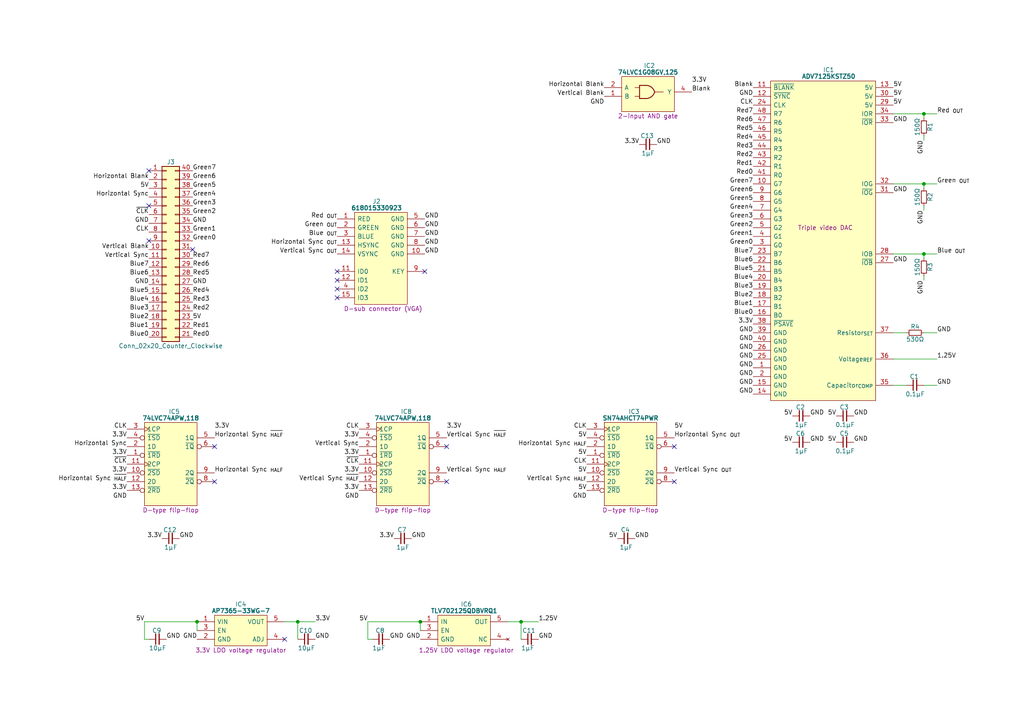
<source format=kicad_sch>
(kicad_sch (version 20230121) (generator eeschema)
  (paper "A4")
  (title_block (title "Video DAC") (date "2024-03-07") (rev "V0"))
  (lib_symbols
    (symbol "Analog_Devices:ADV7125KSTZ50" (pin_names (offset 0.762))
      (property "Reference" "IC" (at 21.9075 5.1435 0))
      (property "Value" "ADV7125KSTZ50" (at 21.9075 3.2385 0))
      (property "Description" "Triple video DAC" (at 20.955 -40.64 0))
      (symbol "ADV7125KSTZ50_0_0"
        (pin passive line (at 0 -27.94 0) (length 5.08) (name "G7") (number "10"))
        (pin passive line (at 0 0 0) (length 5.08) (name "~{BLANK}") (number "11"))
        (pin passive line (at 0 -2.54 0) (length 5.08) (name "~{SYNC}") (number "12"))
        (pin passive line (at 40.64 0 180) (length 5.08) (name "5V") (number "13"))
        (pin passive line (at 0 -88.9 0) (length 5.08) (name "GND") (number "14"))
        (pin passive line (at 0 -86.36 0) (length 5.08) (name "GND") (number "15"))
        (pin passive line (at 0 -66.04 0) (length 5.08) (name "B0") (number "16"))
        (pin passive line (at 0 -63.5 0) (length 5.08) (name "B1") (number "17"))
        (pin passive line (at 0 -60.96 0) (length 5.08) (name "B2") (number "18"))
        (pin passive line (at 0 -58.42 0) (length 5.08) (name "B3") (number "19"))
        (pin passive line (at 0 -55.88 0) (length 5.08) (name "B4") (number "20"))
        (pin passive line (at 0 -53.34 0) (length 5.08) (name "B5") (number "21"))
        (pin passive line (at 0 -50.8 0) (length 5.08) (name "B6") (number "22"))
        (pin passive line (at 0 -48.26 0) (length 5.08) (name "B7") (number "23"))
        (pin passive line (at 0 -5.08 0) (length 5.08) (name "CLK") (number "24"))
        (pin passive line (at 0 -78.74 0) (length 5.08) (name "GND") (number "25"))
        (pin passive line (at 0 -76.2 0) (length 5.08) (name "GND") (number "26"))
        (pin passive line (at 40.64 -50.8 180) (length 5.08) (name "~{IOB}") (number "27"))
        (pin passive line (at 40.64 -48.26 180) (length 5.08) (name "IOB") (number "28"))
        (pin passive line (at 40.64 -5.08 180) (length 5.08) (name "5V") (number "29"))
        (pin passive line (at 0 -45.72 0) (length 5.08) (name "G0") (number "3"))
        (pin passive line (at 40.64 -30.48 180) (length 5.08) (name "~{IOG}") (number "31"))
        (pin passive line (at 40.64 -27.94 180) (length 5.08) (name "IOG") (number "32"))
        (pin passive line (at 40.64 -10.16 180) (length 5.08) (name "~{IOR}") (number "33"))
        (pin passive line (at 40.64 -7.62 180) (length 5.08) (name "IOR") (number "34"))
        (pin passive line (at 0 -68.58 0) (length 5.08) (name "~{PSAVE}") (number "38"))
        (pin passive line (at 0 -71.12 0) (length 5.08) (name "GND") (number "39"))
        (pin passive line (at 0 -43.18 0) (length 5.08) (name "G1") (number "4"))
        (pin passive line (at 0 -73.66 0) (length 5.08) (name "GND") (number "40"))
        (pin passive line (at 0 -25.4 0) (length 5.08) (name "R0") (number "41"))
        (pin passive line (at 0 -22.86 0) (length 5.08) (name "R1") (number "42"))
        (pin passive line (at 0 -20.32 0) (length 5.08) (name "R2") (number "43"))
        (pin passive line (at 0 -17.78 0) (length 5.08) (name "R3") (number "44"))
        (pin passive line (at 0 -15.24 0) (length 5.08) (name "R4") (number "45"))
        (pin passive line (at 0 -12.7 0) (length 5.08) (name "R5") (number "46"))
        (pin passive line (at 0 -10.16 0) (length 5.08) (name "R6") (number "47"))
        (pin passive line (at 0 -7.62 0) (length 5.08) (name "R7") (number "48"))
        (pin passive line (at 0 -40.64 0) (length 5.08) (name "G2") (number "5"))
        (pin passive line (at 0 -38.1 0) (length 5.08) (name "G3") (number "6"))
        (pin passive line (at 0 -35.56 0) (length 5.08) (name "G4") (number "7"))
        (pin passive line (at 0 -33.02 0) (length 5.08) (name "G5") (number "8"))
        (pin passive line (at 0 -30.48 0) (length 5.08) (name "G6") (number "9"))
      )
      (symbol "ADV7125KSTZ50_0_1"
        (polyline (pts (xy 5.08 1.905) (xy 35.56 1.905) (xy 35.56 -90.805) (xy 5.08 -90.805) (xy 5.08 1.905)) (stroke (width 0.1524)) (fill (type background)))
      )
      (symbol "ADV7125KSTZ50_1_0"
        (pin passive line (at 0 -81.28 0) (length 5.08) (name "GND") (number "1"))
        (pin passive line (at 0 -83.82 0) (length 5.08) (name "GND") (number "2"))
        (pin passive line (at 40.64 -2.54 180) (length 5.08) (name "5V") (number "30"))
        (pin passive line (at 40.64 -86.36 180) (length 5.08) (name "Capacitor_{COMP}") (number "35"))
        (pin passive line (at 40.64 -78.74 180) (length 5.08) (name "Voltage_{REF}") (number "36"))
        (pin passive line (at 40.64 -71.12 180) (length 5.08) (name "Resistor_{SET}") (number "37"))
      )
    )
    (symbol "Connector_Generic:Conn_02x20_Counter_Clockwise" (pin_names (offset 1.016) hide)
      (property "Reference" "J" (at 1.27 25.4 0))
      (property "Value" "Conn_02x20_Counter_Clockwise" (at 1.27 -27.94 0))
      (symbol "Conn_02x20_Counter_Clockwise_1_1"
        (rectangle (start -1.27 -25.273) (end 0 -25.527) (stroke (width 0.1524)))
        (rectangle (start -1.27 -22.733) (end 0 -22.987) (stroke (width 0.1524)))
        (rectangle (start -1.27 -20.193) (end 0 -20.447) (stroke (width 0.1524)))
        (rectangle (start -1.27 -17.653) (end 0 -17.907) (stroke (width 0.1524)))
        (rectangle (start -1.27 -15.113) (end 0 -15.367) (stroke (width 0.1524)))
        (rectangle (start -1.27 -12.573) (end 0 -12.827) (stroke (width 0.1524)))
        (rectangle (start -1.27 -10.033) (end 0 -10.287) (stroke (width 0.1524)))
        (rectangle (start -1.27 -7.493) (end 0 -7.747) (stroke (width 0.1524)))
        (rectangle (start -1.27 -4.953) (end 0 -5.207) (stroke (width 0.1524)))
        (rectangle (start -1.27 -2.413) (end 0 -2.667) (stroke (width 0.1524)))
        (rectangle (start -1.27 0.127) (end 0 -0.127) (stroke (width 0.1524)))
        (rectangle (start -1.27 2.667) (end 0 2.413) (stroke (width 0.1524)))
        (rectangle (start -1.27 5.207) (end 0 4.953) (stroke (width 0.1524)))
        (rectangle (start -1.27 7.747) (end 0 7.493) (stroke (width 0.1524)))
        (rectangle (start -1.27 10.287) (end 0 10.033) (stroke (width 0.1524)))
        (rectangle (start -1.27 12.827) (end 0 12.573) (stroke (width 0.1524)))
        (rectangle (start -1.27 15.367) (end 0 15.113) (stroke (width 0.1524)))
        (rectangle (start -1.27 17.907) (end 0 17.653) (stroke (width 0.1524)))
        (rectangle (start -1.27 20.447) (end 0 20.193) (stroke (width 0.1524)))
        (rectangle (start -1.27 22.987) (end 0 22.733) (stroke (width 0.1524)))
        (rectangle (start -1.27 24.13) (end 3.81 -26.67) (stroke (width 0.254)) (fill (type background)))
        (rectangle (start 3.81 -25.273) (end 2.54 -25.527) (stroke (width 0.1524)))
        (rectangle (start 3.81 -22.733) (end 2.54 -22.987) (stroke (width 0.1524)))
        (rectangle (start 3.81 -20.193) (end 2.54 -20.447) (stroke (width 0.1524)))
        (rectangle (start 3.81 -17.653) (end 2.54 -17.907) (stroke (width 0.1524)))
        (rectangle (start 3.81 -15.113) (end 2.54 -15.367) (stroke (width 0.1524)))
        (rectangle (start 3.81 -12.573) (end 2.54 -12.827) (stroke (width 0.1524)))
        (rectangle (start 3.81 -10.033) (end 2.54 -10.287) (stroke (width 0.1524)))
        (rectangle (start 3.81 -7.493) (end 2.54 -7.747) (stroke (width 0.1524)))
        (rectangle (start 3.81 -4.953) (end 2.54 -5.207) (stroke (width 0.1524)))
        (rectangle (start 3.81 -2.413) (end 2.54 -2.667) (stroke (width 0.1524)))
        (rectangle (start 3.81 0.127) (end 2.54 -0.127) (stroke (width 0.1524)))
        (rectangle (start 3.81 2.667) (end 2.54 2.413) (stroke (width 0.1524)))
        (rectangle (start 3.81 5.207) (end 2.54 4.953) (stroke (width 0.1524)))
        (rectangle (start 3.81 7.747) (end 2.54 7.493) (stroke (width 0.1524)))
        (rectangle (start 3.81 10.287) (end 2.54 10.033) (stroke (width 0.1524)))
        (rectangle (start 3.81 12.827) (end 2.54 12.573) (stroke (width 0.1524)))
        (rectangle (start 3.81 15.367) (end 2.54 15.113) (stroke (width 0.1524)))
        (rectangle (start 3.81 17.907) (end 2.54 17.653) (stroke (width 0.1524)))
        (rectangle (start 3.81 20.447) (end 2.54 20.193) (stroke (width 0.1524)))
        (rectangle (start 3.81 22.987) (end 2.54 22.733) (stroke (width 0.1524)))
        (pin passive line (at -5.08 22.86 0) (length 3.81) (name "Pin_1") (number "1"))
        (pin passive line (at -5.08 0 0) (length 3.81) (name "Pin_10") (number "10"))
        (pin passive line (at -5.08 -2.54 0) (length 3.81) (name "Pin_11") (number "11"))
        (pin passive line (at -5.08 -5.08 0) (length 3.81) (name "Pin_12") (number "12"))
        (pin passive line (at -5.08 -7.62 0) (length 3.81) (name "Pin_13") (number "13"))
        (pin passive line (at -5.08 -10.16 0) (length 3.81) (name "Pin_14") (number "14"))
        (pin passive line (at -5.08 -12.7 0) (length 3.81) (name "Pin_15") (number "15"))
        (pin passive line (at -5.08 -15.24 0) (length 3.81) (name "Pin_16") (number "16"))
        (pin passive line (at -5.08 -17.78 0) (length 3.81) (name "Pin_17") (number "17"))
        (pin passive line (at -5.08 -20.32 0) (length 3.81) (name "Pin_18") (number "18"))
        (pin passive line (at -5.08 -22.86 0) (length 3.81) (name "Pin_19") (number "19"))
        (pin passive line (at -5.08 20.32 0) (length 3.81) (name "Pin_2") (number "2"))
        (pin passive line (at -5.08 -25.4 0) (length 3.81) (name "Pin_20") (number "20"))
        (pin passive line (at 7.62 -25.4 180) (length 3.81) (name "Pin_21") (number "21"))
        (pin passive line (at 7.62 -22.86 180) (length 3.81) (name "Pin_22") (number "22"))
        (pin passive line (at 7.62 -20.32 180) (length 3.81) (name "Pin_23") (number "23"))
        (pin passive line (at 7.62 -17.78 180) (length 3.81) (name "Pin_24") (number "24"))
        (pin passive line (at 7.62 -15.24 180) (length 3.81) (name "Pin_25") (number "25"))
        (pin passive line (at 7.62 -12.7 180) (length 3.81) (name "Pin_26") (number "26"))
        (pin passive line (at 7.62 -10.16 180) (length 3.81) (name "Pin_27") (number "27"))
        (pin passive line (at 7.62 -7.62 180) (length 3.81) (name "Pin_28") (number "28"))
        (pin passive line (at 7.62 -5.08 180) (length 3.81) (name "Pin_29") (number "29"))
        (pin passive line (at -5.08 17.78 0) (length 3.81) (name "Pin_3") (number "3"))
        (pin passive line (at 7.62 -2.54 180) (length 3.81) (name "Pin_30") (number "30"))
        (pin passive line (at 7.62 0 180) (length 3.81) (name "Pin_31") (number "31"))
        (pin passive line (at 7.62 2.54 180) (length 3.81) (name "Pin_32") (number "32"))
        (pin passive line (at 7.62 5.08 180) (length 3.81) (name "Pin_33") (number "33"))
        (pin passive line (at 7.62 7.62 180) (length 3.81) (name "Pin_34") (number "34"))
        (pin passive line (at 7.62 10.16 180) (length 3.81) (name "Pin_35") (number "35"))
        (pin passive line (at 7.62 12.7 180) (length 3.81) (name "Pin_36") (number "36"))
        (pin passive line (at 7.62 15.24 180) (length 3.81) (name "Pin_37") (number "37"))
        (pin passive line (at 7.62 17.78 180) (length 3.81) (name "Pin_38") (number "38"))
        (pin passive line (at 7.62 20.32 180) (length 3.81) (name "Pin_39") (number "39"))
        (pin passive line (at -5.08 15.24 0) (length 3.81) (name "Pin_4") (number "4"))
        (pin passive line (at 7.62 22.86 180) (length 3.81) (name "Pin_40") (number "40"))
        (pin passive line (at -5.08 12.7 0) (length 3.81) (name "Pin_5") (number "5"))
        (pin passive line (at -5.08 10.16 0) (length 3.81) (name "Pin_6") (number "6"))
        (pin passive line (at -5.08 7.62 0) (length 3.81) (name "Pin_7") (number "7"))
        (pin passive line (at -5.08 5.08 0) (length 3.81) (name "Pin_8") (number "8"))
        (pin passive line (at -5.08 2.54 0) (length 3.81) (name "Pin_9") (number "9"))
      )
    )
    (symbol "Diodes_Inc:AP7365-33WG-7" (pin_names (offset 0.762))
      (property "Reference" "IC" (at 12.7 5.08 0))
      (property "Value" "AP7365-33WG-7" (at 12.7 3.175 0))
      (property "Description" "3.3V LDO voltage regulator" (at 12.7 -8.255 0))
      (symbol "AP7365-33WG-7_0_0"
        (pin passive line (at 0 0 0) (length 5.08) (name "VIN") (number "1"))
        (pin passive line (at 0 -5.08 0) (length 5.08) (name "GND") (number "2"))
        (pin input line (at 0 -2.54 0) (length 5.08) (name "EN") (number "3"))
        (pin passive line (at 25.4 -5.08 180) (length 5.08) (name "ADJ") (number "4"))
        (pin passive line (at 25.4 0 180) (length 5.08) (name "VOUT") (number "5"))
      )
      (symbol "AP7365-33WG-7_0_1"
        (polyline (pts (xy 5.08 1.905) (xy 20.32 1.905) (xy 20.32 -6.985) (xy 5.08 -6.985) (xy 5.08 1.905)) (fill (type background)))
      )
    )
    (symbol "HCP65:C_0805" (pin_numbers hide) (pin_names (offset 0.254) hide)
      (property "Reference" "C" (at 2.286 2.54 0))
      (property "Value" "?μF" (at 2.54 -2.54 0))
      (symbol "C_0805_0_1"
        (polyline (pts (xy 1.9685 -1.4605) (xy 1.9685 1.5875)) (stroke (width 0.3048)))
        (polyline (pts (xy 2.9845 -1.4605) (xy 2.9845 1.5875)) (stroke (width 0.3302)))
      )
      (symbol "C_0805_1_1"
        (pin passive line (at 0 0 0) (length 2.032) (name "~") (number "1"))
        (pin passive line (at 5.08 0 180) (length 2.032) (name "~") (number "2"))
      )
    )
    (symbol "HCP65:R_0805" (pin_numbers hide) (pin_names hide)
      (property "Reference" "R" (at 2.54 1.778 0))
      (property "Value" "?Ω" (at 2.54 -1.905 0))
      (symbol "R_0805_0_1"
        (rectangle (start 0.762 0.762) (end 4.318 -0.762) (stroke (width 0.2032)))
      )
      (symbol "R_0805_1_1"
        (pin passive line (at 0 0 0) (length 0.72) (name "~") (number "1"))
        (pin passive line (at 5.08 0 180) (length 0.72) (name "~") (number "2"))
      )
    )
    (symbol "Nexperia:74LVC1G08GV,125" (pin_names (offset 0.762))
      (property "Reference" "IC" (at 11.43 6.35 0))
      (property "Value" "74LVC1G08GV,125" (at 12.7 4.445 0))
      (property "Description" "2-input AND gate" (at 12.7 -8.255 0))
      (symbol "74LVC1G08GV,125_0_0"
        (pin input line (at 0 -2.54 0) (length 5.08) (name "B") (number "1"))
        (pin input line (at 0 0 0) (length 5.08) (name "A") (number "2"))
        (pin passive line (at 0 -5.08 0) (length 5.08) hide (name "GND") (number "3"))
        (pin output line (at 25.4 -1.27 180) (length 5.08) (name "Y") (number "4"))
        (pin passive line (at 25.4 1.27 180) (length 5.08) hide (name "3V") (number "5"))
      )
      (symbol "74LVC1G08GV,125_0_1"
        (polyline (pts (xy 8.89 -2.54) (xy 10.1599 -2.54)))
        (polyline (pts (xy 8.89 0) (xy 10.1599 0)))
        (polyline (pts (xy 10.248 0.635) (xy 10.248 -3.175)) (stroke (width 0.254)) (fill (type background)))
        (polyline (pts (xy 12.065 -3.175) (xy 10.248 -3.175)) (stroke (width 0.254)) (fill (type background)))
        (polyline (pts (xy 12.065 0.635) (xy 10.248 0.635)) (stroke (width 0.254)) (fill (type background)))
        (polyline (pts (xy 14.605 -1.27) (xy 17.145 -1.27)))
        (polyline (pts (xy 5.08 3.175) (xy 20.32 3.175) (xy 20.32 -6.985) (xy 5.08 -6.985) (xy 5.08 3.175)) (stroke (width 0.1524)) (fill (type background)))
        (arc (start 12.065 -3.175) (mid 13.6634 -2.6604) (end 14.605 -1.27) (stroke (width 0.254)))
        (arc (start 14.605 -1.27) (mid 13.6644 0.1222) (end 12.065 0.635) (stroke (width 0.254)))
      )
    )
    (symbol "Nexperia:74LVC74APW,118" (pin_names (offset 0.762))
      (property "Reference" "IC" (at 12.065 5.08 0))
      (property "Value" "74LVC74APW,118" (at 12.7 3.175 0))
      (property "Description" "D-type flip-flop" (at 12.7 -23.495 0))
      (symbol "74LVC74APW,118_0_0"
        (pin input inverted (at 0 -7.62 0) (length 5.08) (name "~{1RD}") (number "1"))
        (pin input inverted (at 0 -12.7 0) (length 5.08) (name "~{2SD}") (number "10"))
        (pin input clock (at 0 -10.16 0) (length 5.08) (name "2CP") (number "11"))
        (pin input line (at 0 -15.24 0) (length 5.08) (name "2D") (number "12"))
        (pin input inverted (at 0 -17.78 0) (length 5.08) (name "~{2RD}") (number "13"))
        (pin passive line (at 25.4 0 180) (length 5.08) hide (name "3V") (number "14"))
        (pin input line (at 0 -5.08 0) (length 5.08) (name "1D") (number "2"))
        (pin input clock (at 0 0 0) (length 5.08) (name "1CP") (number "3"))
        (pin input inverted (at 0 -2.54 0) (length 5.08) (name "~{1SD}") (number "4"))
        (pin output line (at 25.4 -2.54 180) (length 5.08) (name "1Q") (number "5"))
        (pin output inverted (at 25.4 -5.08 180) (length 5.08) (name "~{1Q}") (number "6"))
        (pin passive line (at 0 -20.32 0) (length 5.08) hide (name "GND") (number "7"))
        (pin output inverted (at 25.4 -15.24 180) (length 5.08) (name "~{2Q}") (number "8"))
        (pin output line (at 25.4 -12.7 180) (length 5.08) (name "2Q") (number "9"))
      )
      (symbol "74LVC74APW,118_0_1"
        (polyline (pts (xy 5.08 1.905) (xy 20.32 1.905) (xy 20.32 -22.225) (xy 5.08 -22.225) (xy 5.08 1.905)) (stroke (width 0.1524)) (fill (type background)))
      )
    )
    (symbol "Texas_Instruments:SN74AHCT74PWR" (pin_names (offset 0.762))
      (property "Reference" "IC" (at 12.065 5.08 0))
      (property "Value" "SN74AHCT74PWR" (at 12.7 3.175 0))
      (property "Description" "D-type flip-flop" (at 12.7 -23.495 0))
      (symbol "SN74AHCT74PWR_0_0"
        (pin input inverted (at 0 -7.62 0) (length 5.08) (name "~{1RD}") (number "1"))
        (pin input inverted (at 0 -12.7 0) (length 5.08) (name "~{2SD}") (number "10"))
        (pin input clock (at 0 -10.16 0) (length 5.08) (name "2CP") (number "11"))
        (pin input line (at 0 -15.24 0) (length 5.08) (name "2D") (number "12"))
        (pin input inverted (at 0 -17.78 0) (length 5.08) (name "~{2RD}") (number "13"))
        (pin input line (at 0 -5.08 0) (length 5.08) (name "1D") (number "2"))
        (pin input clock (at 0 0 0) (length 5.08) (name "1CP") (number "3"))
        (pin input inverted (at 0 -2.54 0) (length 5.08) (name "~{1SD}") (number "4"))
        (pin output line (at 25.4 -2.54 180) (length 5.08) (name "1Q") (number "5"))
        (pin output inverted (at 25.4 -5.08 180) (length 5.08) (name "~{1Q}") (number "6"))
        (pin passive line (at 0 -20.32 0) (length 5.08) hide (name "GND") (number "7"))
        (pin output inverted (at 25.4 -15.24 180) (length 5.08) (name "~{2Q}") (number "8"))
        (pin output line (at 25.4 -12.7 180) (length 5.08) (name "2Q") (number "9"))
      )
      (symbol "SN74AHCT74PWR_0_1"
        (polyline (pts (xy 5.08 1.905) (xy 20.32 1.905) (xy 20.32 -22.225) (xy 5.08 -22.225) (xy 5.08 1.905)) (stroke (width 0.1524)) (fill (type background)))
      )
      (symbol "SN74AHCT74PWR_1_0"
        (pin passive line (at 25.4 0 180) (length 5.08) hide (name "5V") (number "14"))
      )
    )
    (symbol "Texas_Instruments:TLV702125QDBVRQ1" (pin_names (offset 0.762))
      (property "Reference" "IC" (at 13.335 5.08 0))
      (property "Value" "TLV702125QDBVRQ1" (at 12.7 3.175 0))
      (property "Description" "1.25V LDO voltage regulator" (at 13.335 -8.255 0))
      (symbol "TLV702125QDBVRQ1_0_0"
        (pin passive line (at 0 0 0) (length 5.08) (name "IN") (number "1"))
        (pin passive line (at 0 -5.08 0) (length 5.08) (name "GND") (number "2"))
        (pin no_connect line (at 25.4 -5.08 180) (length 5.08) (name "NC") (number "4"))
        (pin passive line (at 25.4 0 180) (length 5.08) (name "OUT") (number "5"))
      )
      (symbol "TLV702125QDBVRQ1_0_1"
        (polyline (pts (xy 5.08 1.905) (xy 20.32 1.905) (xy 20.32 -6.985) (xy 5.08 -6.985) (xy 5.08 1.905)) (fill (type background)))
      )
      (symbol "TLV702125QDBVRQ1_1_0"
        (pin input line (at 0 -2.54 0) (length 5.08) (name "EN") (number "3"))
      )
    )
    (symbol "Wurth_Elektronik:618015330923" (pin_names (offset 0.762))
      (property "Reference" "J" (at 11.43 5.08 0))
      (property "Value" "618015330923" (at 11.43 3.175 0))
      (property "Description" "D-sub connector (VGA)" (at 13.335 -26.035 0))
      (symbol "618015330923_0_1"
        (polyline (pts (xy 5.08 1.905) (xy 20.32 1.905) (xy 20.32 -24.765) (xy 5.08 -24.765) (xy 5.08 1.905)) (stroke (width 0.1524)) (fill (type background)))
      )
      (symbol "618015330923_1_0"
        (pin passive line (at 0 0 0) (length 5.08) (name "RED") (number "1"))
        (pin passive line (at 25.4 -10.16 180) (length 5.08) (name "GND") (number "10"))
        (pin passive line (at 0 -15.24 0) (length 5.08) (name "ID0") (number "11"))
        (pin passive line (at 0 -17.78 0) (length 5.08) (name "ID1") (number "12"))
        (pin passive line (at 0 -7.62 0) (length 5.08) (name "HSYNC") (number "13"))
        (pin passive line (at 0 -10.16 0) (length 5.08) (name "VSYNC") (number "14"))
        (pin passive line (at 0 -22.86 0) (length 5.08) (name "ID3") (number "15"))
        (pin passive line (at 0 -2.54 0) (length 5.08) (name "GREEN") (number "2"))
        (pin passive line (at 0 -5.08 0) (length 5.08) (name "BLUE") (number "3"))
        (pin passive line (at 0 -20.32 0) (length 5.08) (name "ID2") (number "4"))
        (pin passive line (at 25.4 0 180) (length 5.08) (name "GND") (number "5"))
        (pin passive line (at 25.4 -2.54 180) (length 5.08) (name "GND") (number "6"))
        (pin passive line (at 25.4 -5.08 180) (length 5.08) (name "GND") (number "7"))
        (pin passive line (at 25.4 -7.62 180) (length 5.08) (name "GND") (number "8"))
        (pin passive line (at 25.4 -15.24 180) (length 5.08) (name "KEY") (number "9"))
      )
    )
  )
  (junction (at 267.97 53.34))
  (junction (at 121.92 180.34))
  (junction (at 267.97 73.66))
  (junction (at 57.15 180.34))
  (junction (at 267.97 33.02))
  (junction (at 151.13 180.34))
  (junction (at 86.36 180.34))
  (no_connect (at 123.19 78.74))
  (no_connect (at 97.79 81.28))
  (no_connect (at 129.54 129.54))
  (no_connect (at 43.18 49.53))
  (no_connect (at 43.18 59.69))
  (no_connect (at 43.18 69.85))
  (no_connect (at 195.58 139.7))
  (no_connect (at 62.23 139.7))
  (no_connect (at 97.79 83.82))
  (no_connect (at 129.54 139.7))
  (no_connect (at 195.58 129.54))
  (no_connect (at 62.23 129.54))
  (no_connect (at 97.79 86.36))
  (no_connect (at 82.55 185.42))
  (no_connect (at 55.88 72.39))
  (no_connect (at 97.79 78.74))
  (wire (pts (xy 267.97 53.34) (xy 259.08 53.34)))
  (wire (pts (xy 106.68 180.34) (xy 121.92 180.34)))
  (wire (pts (xy 151.13 180.34) (xy 156.21 180.34)))
  (wire (pts (xy 86.36 185.42) (xy 86.36 180.34)))
  (wire (pts (xy 267.97 81.28) (xy 267.97 80.01)))
  (wire (pts (xy 267.97 53.34) (xy 271.78 53.34)))
  (wire (pts (xy 41.91 185.42) (xy 43.18 185.42)))
  (wire (pts (xy 106.68 180.34) (xy 106.68 185.42)))
  (wire (pts (xy 267.97 54.61) (xy 267.97 53.34)))
  (wire (pts (xy 267.97 74.93) (xy 267.97 73.66)))
  (wire (pts (xy 267.97 33.02) (xy 259.08 33.02)))
  (wire (pts (xy 271.78 96.52) (xy 267.97 96.52)))
  (wire (pts (xy 267.97 73.66) (xy 259.08 73.66)))
  (wire (pts (xy 147.32 180.34) (xy 151.13 180.34)))
  (wire (pts (xy 262.89 96.52) (xy 259.08 96.52)))
  (wire (pts (xy 121.92 180.34) (xy 121.92 182.88)))
  (wire (pts (xy 82.55 180.34) (xy 86.36 180.34)))
  (wire (pts (xy 271.78 111.76) (xy 267.97 111.76)))
  (wire (pts (xy 271.78 104.14) (xy 259.08 104.14)))
  (wire (pts (xy 151.13 185.42) (xy 151.13 180.34)))
  (wire (pts (xy 267.97 33.02) (xy 271.78 33.02)))
  (wire (pts (xy 267.97 34.29) (xy 267.97 33.02)))
  (wire (pts (xy 106.68 185.42) (xy 107.95 185.42)))
  (wire (pts (xy 267.97 60.96) (xy 267.97 59.69)))
  (wire (pts (xy 262.89 111.76) (xy 259.08 111.76)))
  (wire (pts (xy 267.97 73.66) (xy 271.78 73.66)))
  (wire (pts (xy 41.91 180.34) (xy 57.15 180.34)))
  (wire (pts (xy 86.36 180.34) (xy 91.44 180.34)))
  (wire (pts (xy 41.91 180.34) (xy 41.91 185.42)))
  (wire (pts (xy 57.15 180.34) (xy 57.15 182.88)))
  (wire (pts (xy 267.97 40.64) (xy 267.97 39.37)))
  (label "CLK" (at 104.14 124.46 180))
  (label "5V" (at 195.58 124.46 0))
  (label "GND" (at 267.97 81.28 270))
  (label "Horizontal Blank" (at 175.26 25.4 180))
  (label "GND" (at 271.78 111.76 0))
  (label "GND" (at 247.65 128.27 0))
  (label "5V" (at 242.57 120.65 180))
  (label "5V" (at 55.88 92.71 0))
  (label "Green3" (at 55.88 59.69 0))
  (label "GND" (at 218.44 99.06 180))
  (label "Blue2" (at 43.18 92.71 180))
  (label "5V" (at 41.91 180.34 180))
  (label "Vertical Sync" (at 104.14 129.54 180))
  (label "5V" (at 170.18 137.16 180))
  (label "GND" (at 218.44 109.22 180))
  (label "Horizontal Blank" (at 43.18 52.07 180))
  (label "CLK" (at 218.44 30.48 180))
  (label "5V" (at 229.87 120.65 180))
  (label "Blue0" (at 218.44 91.44 180))
  (label "Green0" (at 55.88 69.85 0))
  (label "GND" (at 218.44 27.94 180))
  (label "5V" (at 43.18 54.61 180))
  (label "Red _{OUT}" (at 97.79 63.5 180))
  (label "CLK" (at 36.83 124.46 180))
  (label "Red3" (at 218.44 43.18 180))
  (label "GND" (at 218.44 101.6 180))
  (label "3.3V" (at 104.14 132.08 180))
  (label "GND" (at 259.08 76.2 0))
  (label "Red6" (at 218.44 35.56 180))
  (label "Red2" (at 218.44 45.72 180))
  (label "GND" (at 55.88 64.77 0))
  (label "Vertical Sync _{OUT}" (at 97.79 73.66 180))
  (label "GND" (at 234.95 128.27 0))
  (label "Vertical Sync _{~{HALF}}" (at 129.54 127 0))
  (label "CLK" (at 43.18 67.31 180))
  (label "Red1" (at 55.88 95.25 0))
  (label "GND" (at 218.44 106.68 180))
  (label "3.3V" (at 36.83 137.16 180))
  (label "GND" (at 55.88 82.55 0))
  (label "3.3V" (at 36.83 132.08 180))
  (label "GND" (at 119.38 156.21 0))
  (label "Red6" (at 55.88 77.47 0))
  (label "Green1" (at 218.44 68.58 180))
  (label "~{CLK}" (at 36.83 134.62 180))
  (label "Blue6" (at 43.18 80.01 180))
  (label "GND" (at 218.44 114.3 180))
  (label "GND" (at 170.18 144.78 180))
  (label "Vertical Sync" (at 43.18 74.93 180))
  (label "Horizontal Sync _{HALF}" (at 170.18 129.54 180))
  (label "Horizontal Sync _{OUT}" (at 97.79 71.12 180))
  (label "Green _{OUT}" (at 271.78 53.34 0))
  (label "3.3V" (at 218.44 93.98 180))
  (label "Green2" (at 55.88 62.23 0))
  (label "3.3V" (at 200.66 24.13 0))
  (label "GND" (at 113.03 185.42 0))
  (label "Horizontal Sync _{~{HALF}}" (at 36.83 139.7 180))
  (label "Red7" (at 218.44 33.02 180))
  (label "Blue2" (at 218.44 86.36 180))
  (label "Green7" (at 218.44 53.34 180))
  (label "GND" (at 156.21 185.42 0))
  (label "Blue5" (at 43.18 85.09 180))
  (label "GND" (at 247.65 120.65 0))
  (label "3.3V" (at 104.14 137.16 180))
  (label "5V" (at 179.07 156.21 180))
  (label "Blue _{OUT}" (at 97.79 68.58 180))
  (label "5V" (at 259.08 25.4 0))
  (label "Green4" (at 55.88 57.15 0))
  (label "GND" (at 104.14 144.78 180))
  (label "Green4" (at 218.44 60.96 180))
  (label "5V" (at 259.08 30.48 0))
  (label "Vertical Sync _{OUT}" (at 195.58 137.16 0))
  (label "Blue4" (at 43.18 87.63 180))
  (label "3.3V" (at 36.83 127 180))
  (label "3.3V" (at 91.44 180.34 0))
  (label "3.3V" (at 46.99 156.21 180))
  (label "Horizontal Sync" (at 36.83 129.54 180))
  (label "CLK" (at 170.18 134.62 180))
  (label "5V" (at 170.18 142.24 180))
  (label "Vertical Sync _{HALF}" (at 129.54 137.16 0))
  (label "Green0" (at 218.44 71.12 180))
  (label "GND" (at 218.44 96.52 180))
  (label "Blue5" (at 218.44 78.74 180))
  (label "Green6" (at 218.44 55.88 180))
  (label "Blank" (at 200.66 26.67 0))
  (label "3.3V" (at 104.14 142.24 180))
  (label "Blue6" (at 218.44 76.2 180))
  (label "Green5" (at 218.44 58.42 180))
  (label "Green3" (at 218.44 63.5 180))
  (label "Vertical Blank" (at 175.26 27.94 180))
  (label "1.25V" (at 156.21 180.34 0))
  (label "Green1" (at 55.88 67.31 0))
  (label "GND" (at 91.44 185.42 0))
  (label "Red5" (at 55.88 80.01 0))
  (label "~{CLK}" (at 104.14 134.62 180))
  (label "3.3V" (at 36.83 142.24 180))
  (label "Green7" (at 55.88 49.53 0))
  (label "GND" (at 57.15 185.42 180))
  (label "CLK" (at 170.18 124.46 180))
  (label "Green6" (at 55.88 52.07 0))
  (label "3.3V" (at 185.42 41.91 180))
  (label "Red2" (at 55.88 90.17 0))
  (label "Vertical Sync _{HALF}" (at 170.18 139.7 180))
  (label "Red0" (at 55.88 97.79 0))
  (label "Green5" (at 55.88 54.61 0))
  (label "GND" (at 190.5 41.91 0))
  (label "GND" (at 175.26 30.48 180))
  (label "Blue4" (at 218.44 81.28 180))
  (label "GND" (at 123.19 73.66 0))
  (label "Blue1" (at 43.18 95.25 180))
  (label "5V" (at 106.68 180.34 180))
  (label "Horizontal Sync" (at 43.18 57.15 180))
  (label "Red0" (at 218.44 50.8 180))
  (label "GND" (at 267.97 40.64 270))
  (label "GND" (at 218.44 104.14 180))
  (label "Horizontal Sync _{HALF}" (at 62.23 137.16 0))
  (label "Blue7" (at 218.44 73.66 180))
  (label "Horizontal Sync _{~{HALF}}" (at 62.23 127 0))
  (label "GND" (at 218.44 111.76 180))
  (label "GND" (at 259.08 55.88 0))
  (label "~{CLK}" (at 43.18 62.23 180))
  (label "Blue7" (at 43.18 77.47 180))
  (label "GND" (at 271.78 96.52 0))
  (label "GND" (at 48.26 185.42 0))
  (label "Horizontal Sync _{OUT}" (at 195.58 127 0))
  (label "Red _{OUT}" (at 271.78 33.02 0))
  (label "Blank" (at 218.44 25.4 180))
  (label "Blue _{OUT}" (at 271.78 73.66 0))
  (label "GND" (at 234.95 120.65 0))
  (label "Red5" (at 218.44 38.1 180))
  (label "5V" (at 170.18 127 180))
  (label "5V" (at 259.08 27.94 0))
  (label "3.3V" (at 114.3 156.21 180))
  (label "Vertical Blank" (at 43.18 72.39 180))
  (label "Blue3" (at 218.44 83.82 180))
  (label "GND" (at 259.08 35.56 0))
  (label "GND" (at 43.18 82.55 180))
  (label "1.25V" (at 271.78 104.14 0))
  (label "Green _{OUT}" (at 97.79 66.04 180))
  (label "Red7" (at 55.88 74.93 0))
  (label "5V" (at 229.87 128.27 180))
  (label "GND" (at 36.83 144.78 180))
  (label "GND" (at 123.19 63.5 0))
  (label "GND" (at 123.19 71.12 0))
  (label "Red4" (at 218.44 40.64 180))
  (label "Blue3" (at 43.18 90.17 180))
  (label "Red4" (at 55.88 85.09 0))
  (label "3.3V" (at 129.54 124.46 0))
  (label "GND" (at 184.15 156.21 0))
  (label "Vertical Sync _{~{HALF}}" (at 104.14 139.7 180))
  (label "GND" (at 267.97 60.96 270))
  (label "Blue1" (at 218.44 88.9 180))
  (label "3.3V" (at 62.23 124.46 0))
  (label "3.3V" (at 104.14 127 180))
  (label "GND" (at 43.18 64.77 180))
  (label "GND" (at 123.19 68.58 0))
  (label "Red3" (at 55.88 87.63 0))
  (label "Green2" (at 218.44 66.04 180))
  (label "5V" (at 170.18 132.08 180))
  (label "Red1" (at 218.44 48.26 180))
  (label "GND" (at 123.19 66.04 0))
  (label "GND" (at 121.92 185.42 180))
  (label "GND" (at 52.07 156.21 0))
  (label "Blue0" (at 43.18 97.79 180))
  (label "5V" (at 242.57 128.27 180))
  (symbol (lib_id "HCP65:C_0805") (at 262.89 111.76 0) (unit 1)
    (property "Reference" "C1" (at 265.176 109.22 0))
    (property "Value" "0.1μF" (at 265.43 114.3 0))
    (property "Footprint" "SamacSys_Parts:C_0805" (effects hide))
  )
  (symbol (lib_id "HCP65:C_0805") (at 46.99 156.21 0) (unit 1)
    (property "Reference" "C12" (at 49.276 153.67 0))
    (property "Value" "1μF" (at 49.53 158.75 0))
    (property "Footprint" "SamacSys_Parts:C_0805" (effects hide))
  )
  (symbol (lib_id "HCP65:C_0805") (at 86.36 185.42 0) (unit 1)
    (property "Reference" "C10" (at 88.646 182.88 0))
    (property "Value" "10µF" (at 86.36 187.96 0) (effects (justify left)))
    (property "Footprint" "SamacSys_Parts:C_0805" (effects hide))
  )
  (symbol (lib_id "HCP65:C_0805") (at 151.13 185.42 0) (unit 1)
    (property "Reference" "C11" (at 153.416 182.88 0))
    (property "Value" "1µF" (at 151.13 187.96 0) (effects (justify left)))
    (property "Footprint" "SamacSys_Parts:C_0805" (effects hide))
  )
  (symbol (lib_id "Texas_Instruments:TLV702125QDBVRQ1") (at 121.92 180.34 0) (unit 1)
    (property "Reference" "IC6" (at 135.255 175.26 0))
    (property "Value" "TLV702125QDBVRQ1" (at 134.62 177.165 0) (effects (font bold)))
    (property "Footprint" "SOT95P280X145-5N" (effects hide))
    (property "Datasheet" "http://www.ti.com/lit/gpn/tlv702-q1" (effects hide))
    (property "Description" "1.25V LDO voltage regulator" (at 135.255 188.595 0))
    (property "Height" "1.45" (effects hide))
    (property "Manufacturer_Name" "Texas Instruments" (effects hide))
    (property "Manufacturer_Part_Number" "TLV702125QDBVRQ1" (effects hide))
    (property "Mouser Part Number" "595-TLV702125QDBVRQ1" (effects hide))
    (property "Mouser Price/Stock" "https://www.mouser.co.uk/ProductDetail/Texas-Instruments/TLV702125QDBVRQ1?qs=W0yvOO0ixfE2bM5ohR19Ew%3D%3D" (effects hide))
    (property "Silkscreen" "TLV702125" (effects hide))
  )
  (symbol (lib_id "HCP65:C_0805") (at 229.87 120.65 0) (unit 1)
    (property "Reference" "C2" (at 232.156 118.11 0))
    (property "Value" "1μF" (at 232.41 123.19 0))
    (property "Footprint" "SamacSys_Parts:C_0805" (effects hide))
  )
  (symbol (lib_id "HCP65:C_0805") (at 242.57 128.27 0) (unit 1)
    (property "Reference" "C5" (at 244.856 125.73 0))
    (property "Value" "0.1μF" (at 245.11 130.81 0))
    (property "Footprint" "SamacSys_Parts:C_0805" (effects hide))
  )
  (symbol (lib_id "Texas_Instruments:SN74AHCT74PWR") (at 170.18 124.46 0) (unit 1)
    (property "Reference" "IC3" (at 182.245 119.38 0) (effects (justify left)))
    (property "Value" "SN74AHCT74PWR" (at 182.88 121.285 0) (effects (font bold)))
    (property "Footprint" "SOP65P640X110-14N" (effects hide))
    (property "Datasheet" "https://www.ti.com/lit/ds/symlink/sn54ahct74.pdf?ts=1709717656380&ref_url=https%253A%252F%252Fwww.mouser.co.za%252F" (effects hide))
    (property "Description" "D-type flip-flop" (at 182.88 147.955 0))
    (property "Height" "1.1" (effects hide))
    (property "Mouser Part Number" "595-SN74AHCT74PWR" (effects hide))
    (property "Manufacturer_Name" "Texas Instruments" (effects hide))
    (property "Manufacturer_Part_Number" "SN74AHCT74PWR" (effects hide))
    (property "Silkscreen" "74AHCT74" (effects hide))
  )
  (symbol (lib_id "Nexperia:74LVC1G08GV,125") (at 175.26 25.4 0) (unit 1)
    (property "Reference" "IC2" (at 186.69 19.05 0) (effects (justify left)))
    (property "Value" "74LVC1G08GV,125" (at 187.96 20.955 0) (effects (font bold)))
    (property "Footprint" "SOT95P275X110-5N" (effects hide))
    (property "Datasheet" "https://assets.nexperia.com/documents/data-sheet/74LVC1G08.pdf" (effects hide))
    (property "Description" "2-input AND gate" (at 187.96 33.655 0))
    (property "Height" "1.1" (effects hide))
    (property "Manufacturer_Name" "Nexperia" (effects hide))
    (property "Manufacturer_Part_Number" "74LVC1G08GV,125" (effects hide))
    (property "Mouser Part Number" "771-74LVC1G08GV" (effects hide))
    (property "Mouser Price/Stock" "https://www.mouser.co.uk/ProductDetail/Nexperia/74LVC1G08GV125?qs=me8TqzrmIYXEnurJEPZc7A%3D%3D" (effects hide))
    (property "Arrow Part Number" "74LVC1G08GV,125" (effects hide))
    (property "Arrow Price/Stock" "https://www.arrow.com/en/products/74lvc1g08gv125/nexperia" (effects hide))
    (property "Silkscreen" "'1G08" (effects hide))
  )
  (symbol (lib_id "HCP65:C_0805") (at 114.3 156.21 0) (unit 1)
    (property "Reference" "C7" (at 116.586 153.67 0))
    (property "Value" "1μF" (at 116.84 158.75 0))
    (property "Footprint" "SamacSys_Parts:C_0805" (effects hide))
  )
  (symbol (lib_id "HCP65:C_0805") (at 185.42 41.91 0) (unit 1)
    (property "Reference" "C13" (at 187.706 39.37 0))
    (property "Value" "1μF" (at 187.96 44.45 0))
    (property "Footprint" "SamacSys_Parts:C_0805" (effects hide))
  )
  (symbol (lib_id "HCP65:C_0805") (at 107.95 185.42 0) (unit 1)
    (property "Reference" "C8" (at 110.236 182.88 0))
    (property "Value" "1µF" (at 107.95 187.96 0) (effects (justify left)))
    (property "Footprint" "SamacSys_Parts:C_0805" (effects hide))
  )
  (symbol (lib_id "HCP65:C_0805") (at 229.87 128.27 0) (unit 1)
    (property "Reference" "C6" (at 232.156 125.73 0))
    (property "Value" "1μF" (at 232.41 130.81 0))
    (property "Footprint" "SamacSys_Parts:C_0805" (effects hide))
  )
  (symbol (lib_id "Diodes_Inc:AP7365-33WG-7") (at 57.15 180.34 0) (unit 1)
    (property "Reference" "IC4" (at 69.85 175.26 0))
    (property "Value" "AP7365-33WG-7" (at 69.85 177.165 0) (effects (font bold)))
    (property "Footprint" "SOT95P285X130-5N" (effects hide))
    (property "Datasheet" "https://componentsearchengine.com/Datasheets/1/AP7365-33WG-7.pdf" (effects hide))
    (property "Description" "3.3V LDO voltage regulator" (at 69.85 188.595 0))
    (property "Height" "1.3" (effects hide))
    (property "Manufacturer_Name" "Diodes Inc." (effects hide))
    (property "Manufacturer_Part_Number" "AP7365-33WG-7" (effects hide))
    (property "Mouser Part Number" "621-AP7365-33WG-7" (effects hide))
    (property "Mouser Price/Stock" "https://www.mouser.co.uk/ProductDetail/Diodes-Incorporated/AP7365-33WG-7?qs=abZ1nkZpTuOZFvxvoFPL0w%3D%3D" (effects hide))
    (property "Arrow Part Number" "AP7365-33WG-7" (effects hide))
    (property "Arrow Price/Stock" "https://www.arrow.com/en/products/ap7365-33wg-7/diodes-incorporated?region=nac" (effects hide))
    (property "Silkscreen" "AP7365" (effects hide))
  )
  (symbol (lib_id "Connector_Generic:Conn_02x20_Counter_Clockwise") (at 48.26 72.39 0) (unit 1)
    (property "Reference" "J3" (at 49.53 46.99 0))
    (property "Value" "Conn_02x20_Counter_Clockwise" (at 49.53 100.33 0))
    (property "Footprint" "SamacSys_Parts:DIP-40_Board_W22.86mm_Nak" (effects hide))
  )
  (symbol (lib_id "HCP65:C_0805") (at 179.07 156.21 0) (unit 1)
    (property "Reference" "C4" (at 181.356 153.67 0))
    (property "Value" "1μF" (at 181.61 158.75 0))
    (property "Footprint" "SamacSys_Parts:C_0805" (effects hide))
  )
  (symbol (lib_id "Nexperia:74LVC74APW,118") (at 104.14 124.46 0) (unit 1)
    (property "Reference" "IC8" (at 116.205 119.38 0) (effects (justify left)))
    (property "Value" "74LVC74APW,118" (at 116.84 121.285 0) (effects (font bold)))
    (property "Footprint" "SOP65P640X110-14N" (effects hide))
    (property "Datasheet" "https://assets.nexperia.com/documents/data-sheet/74LVC74A.pdf" (effects hide))
    (property "Description" "D-type flip-flop" (at 116.84 147.955 0))
    (property "Height" "1.1" (effects hide))
    (property "Mouser Part Number" "771-74LVC74APW-T" (effects hide))
    (property "Mouser Price/Stock" "https://www.mouser.co.uk/ProductDetail/Nexperia/74LVC74APW118?qs=me8TqzrmIYVtXwVfet0lzw%3D%3D" (effects hide))
    (property "Manufacturer_Name" "Nexperia" (effects hide))
    (property "Manufacturer_Part_Number" "74LVC74APW,118" (effects hide))
    (property "Silkscreen" "74LVC74" (effects hide))
  )
  (symbol (lib_id "HCP65:R_0805") (at 262.89 96.52 0) (unit 1)
    (property "Reference" "R4" (at 265.43 94.742 0))
    (property "Value" "530Ω" (at 265.43 98.425 0))
    (property "Footprint" "SamacSys_Parts:R_0805" (effects hide))
  )
  (symbol (lib_id "HCP65:R_0805") (at 267.97 34.29 270) (unit 1)
    (property "Reference" "R1" (at 269.748 36.83 0))
    (property "Value" "150Ω" (at 266.065 36.83 0))
    (property "Footprint" "SamacSys_Parts:R_0805" (effects hide))
  )
  (symbol (lib_id "Analog_Devices:ADV7125KSTZ50") (at 218.44 25.4 0) (unit 1)
    (property "Reference" "IC1" (at 240.3475 20.2565 0))
    (property "Value" "ADV7125KSTZ50" (at 240.3475 22.1615 0) (effects (font bold)))
    (property "Footprint" "QFP50P900X900X160-48N" (effects hide))
    (property "Description" "Triple video DAC" (at 239.395 66.04 0))
    (property "Mouser Part Number" "584-ADV7125KSTZ50" (effects hide))
    (property "Mouser Price/Stock" "https://www.mouser.co.uk/ProductDetail/Analog-Devices/ADV7125KSTZ50?qs=WIvQP4zGanjK%2FbawCg5VAQ%3D%3D" (effects hide))
    (property "Manufacturer_Name" "Analog Devices" (effects hide))
    (property "Manufacturer_Part_Number" "ADV7125KSTZ50" (effects hide))
    (property "Silkscreen" "ADV7125" (effects hide))
  )
  (symbol (lib_id "HCP65:R_0805") (at 267.97 74.93 270) (unit 1)
    (property "Reference" "R3" (at 269.748 77.47 0))
    (property "Value" "150Ω" (at 266.065 77.47 0))
    (property "Footprint" "SamacSys_Parts:R_0805" (effects hide))
  )
  (symbol (lib_id "HCP65:C_0805") (at 43.18 185.42 0) (unit 1)
    (property "Reference" "C9" (at 45.466 182.88 0))
    (property "Value" "10µF" (at 43.18 187.96 0) (effects (justify left)))
    (property "Footprint" "SamacSys_Parts:C_0805" (effects hide))
  )
  (symbol (lib_id "HCP65:C_0805") (at 242.57 120.65 0) (unit 1)
    (property "Reference" "C3" (at 244.856 118.11 0))
    (property "Value" "0.1μF" (at 245.11 123.19 0))
    (property "Footprint" "SamacSys_Parts:C_0805" (effects hide))
  )
  (symbol (lib_id "HCP65:R_0805") (at 267.97 54.61 270) (unit 1)
    (property "Reference" "R2" (at 269.748 57.15 0))
    (property "Value" "150Ω" (at 266.065 57.15 0))
    (property "Footprint" "SamacSys_Parts:R_0805" (effects hide))
  )
  (symbol (lib_id "Wurth_Elektronik:618015330923") (at 97.79 63.5 0) (unit 1)
    (property "Reference" "J2" (at 109.22 58.42 0))
    (property "Value" "618015330923" (at 109.22 60.325 0) (effects (font bold)))
    (property "Footprint" "618015330923" (effects hide))
    (property "Datasheet" "http://uk.rs-online.com/web/p/products/7718341" (effects hide))
    (property "Description" "D-sub connector (VGA)" (at 111.125 89.535 0))
    (property "Manufacturer_Name" "Wurth Elektronik" (effects hide))
    (property "Manufacturer_Part_Number" "618015330923" (effects hide))
    (property "Mouser Part Number" "710-618015330923" (effects hide))
    (property "Mouser Price/Stock" "https://www.mouser.co.uk/ProductDetail/Wurth-Elektronik/618015330923?qs=ZtY9WdtwX566yFL5v0bMIQ%3D%3D" (effects hide))
  )
  (symbol (lib_id "Nexperia:74LVC74APW,118") (at 36.83 124.46 0) (unit 1)
    (property "Reference" "IC5" (at 48.895 119.38 0) (effects (justify left)))
    (property "Value" "74LVC74APW,118" (at 49.53 121.285 0) (effects (font bold)))
    (property "Footprint" "SOP65P640X110-14N" (effects hide))
    (property "Datasheet" "https://assets.nexperia.com/documents/data-sheet/74LVC74A.pdf" (effects hide))
    (property "Description" "D-type flip-flop" (at 49.53 147.955 0))
    (property "Height" "1.1" (effects hide))
    (property "Mouser Part Number" "771-74LVC74APW-T" (effects hide))
    (property "Mouser Price/Stock" "https://www.mouser.co.uk/ProductDetail/Nexperia/74LVC74APW118?qs=me8TqzrmIYVtXwVfet0lzw%3D%3D" (effects hide))
    (property "Manufacturer_Name" "Nexperia" (effects hide))
    (property "Manufacturer_Part_Number" "74LVC74APW,118" (effects hide))
    (property "Silkscreen" "74LVC74" (effects hide))
  )
)
</source>
